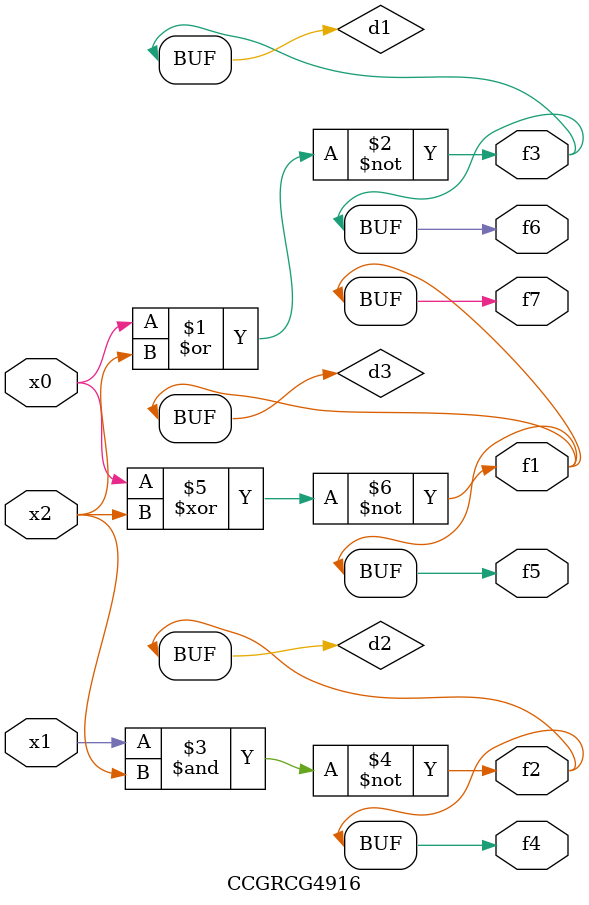
<source format=v>
module CCGRCG4916(
	input x0, x1, x2,
	output f1, f2, f3, f4, f5, f6, f7
);

	wire d1, d2, d3;

	nor (d1, x0, x2);
	nand (d2, x1, x2);
	xnor (d3, x0, x2);
	assign f1 = d3;
	assign f2 = d2;
	assign f3 = d1;
	assign f4 = d2;
	assign f5 = d3;
	assign f6 = d1;
	assign f7 = d3;
endmodule

</source>
